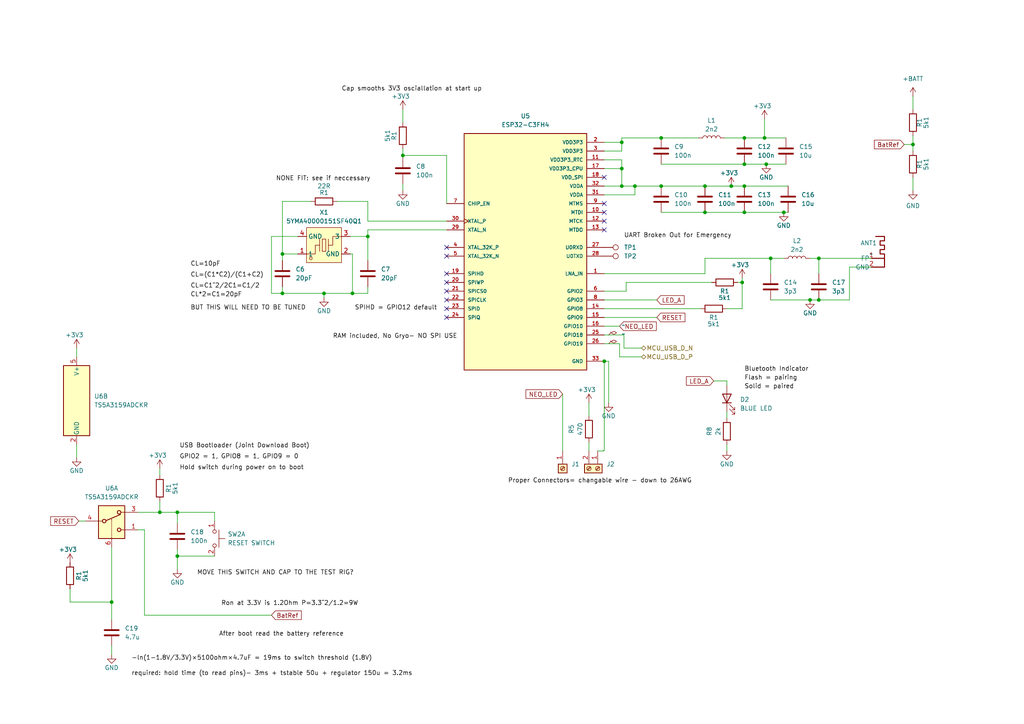
<source format=kicad_sch>
(kicad_sch (version 20230121) (generator eeschema)
  (paper "A4")
  (title_block (title "BLEEarrings (Blade Runner)") (date "2023-10-30") (rev "00.00") (company "Kitty and Dom"))
  (lib_symbols
    (symbol "Analog_Switch:TS5A3159ADCKR" (pin_names (offset 0.127))
      (property "Reference" "U" (at -3.175 4.699 0))
      (property "Value" "TS5A3159ADCKR" (at -3.175 2.921 0))
      (symbol "TS5A3159ADCKR_1_1"
        (rectangle (start -3.81 1.905) (end 3.81 -7.62) (stroke (width 0.254)) (fill (type background)))
        (circle (center -2.159 -2.54) (radius 0.508) (stroke (width 0.254)))
        (polyline (pts (xy -5.08 -2.54) (xy -2.794 -2.54)))
        (polyline (pts (xy -1.651 -2.413) (xy 2.54 -0.635)) (stroke (width 0.254)))
        (polyline (pts (xy 0 -7.62) (xy 0 -7.112)))
        (polyline (pts (xy 0 -6.858) (xy 0 -6.604)))
        (polyline (pts (xy 0 -6.35) (xy 0 -6.096)))
        (polyline (pts (xy 0 -5.842) (xy 0 -5.588)))
        (polyline (pts (xy 0 -5.334) (xy 0 -5.08)))
        (polyline (pts (xy 0 -4.826) (xy 0 -4.572)))
        (polyline (pts (xy 0 -4.318) (xy 0 -4.064)))
        (polyline (pts (xy 0 -3.81) (xy 0 -3.556)))
        (polyline (pts (xy 0 -3.302) (xy 0 -3.048)))
        (polyline (pts (xy 0 -2.794) (xy 0 -2.54)))
        (polyline (pts (xy 0 -2.286) (xy 0 -2.032)))
        (polyline (pts (xy 0 -2.286) (xy 0 -2.032)))
        (polyline (pts (xy 5.08 -5.08) (xy 2.794 -5.08)))
        (polyline (pts (xy 5.08 0) (xy 2.794 0)))
        (circle (center 2.159 -5.08) (radius 0.508) (stroke (width 0.254)))
        (circle (center 2.159 0) (radius 0.508) (stroke (width 0.254)))
        (pin passive line (at 7.62 -5.08 180) (length 2.54) (name "~") (number "1"))
        (pin passive line (at 7.62 0 180) (length 2.54) (name "~") (number "3"))
        (pin passive line (at -7.62 -2.54 0) (length 2.54) (name "~") (number "4"))
        (pin input line (at 0 -10.16 90) (length 2.54) (name "~") (number "6"))
      )
      (symbol "TS5A3159ADCKR_2_0"
        (pin power_in line (at 0 -12.7 90) (length 2.54) (name "GND") (number "2"))
        (pin power_in line (at 0 12.7 270) (length 2.54) (name "V+") (number "5"))
      )
      (symbol "TS5A3159ADCKR_2_1"
        (rectangle (start -3.81 10.16) (end 3.81 -10.16) (stroke (width 0.254)) (fill (type background)))
      )
    )
    (symbol "Connector:Screw_Terminal_01x01" (pin_names (offset 1.016) hide)
      (property "Reference" "J" (at 0 2.54 0))
      (property "Value" "Screw_Terminal_01x01" (at 0 -2.54 0))
      (symbol "Screw_Terminal_01x01_1_1"
        (rectangle (start -1.27 1.27) (end 1.27 -1.27) (stroke (width 0.254)) (fill (type background)))
        (polyline (pts (xy -0.5334 0.3302) (xy 0.3302 -0.508)) (stroke (width 0.1524)))
        (polyline (pts (xy -0.3556 0.508) (xy 0.508 -0.3302)) (stroke (width 0.1524)))
        (circle (center 0 0) (radius 0.635) (stroke (width 0.1524)))
        (pin passive line (at -5.08 0 0) (length 3.81) (name "Pin_1") (number "1"))
      )
    )
    (symbol "Connector:Screw_Terminal_01x02" (pin_names (offset 1.016) hide)
      (property "Reference" "J" (at 0 2.54 0))
      (property "Value" "Screw_Terminal_01x02" (at 0 -5.08 0))
      (symbol "Screw_Terminal_01x02_1_1"
        (rectangle (start -1.27 1.27) (end 1.27 -3.81) (stroke (width 0.254)) (fill (type background)))
        (circle (center 0 -2.54) (radius 0.635) (stroke (width 0.1524)))
        (polyline (pts (xy -0.5334 -2.2098) (xy 0.3302 -3.048)) (stroke (width 0.1524)))
        (polyline (pts (xy -0.5334 0.3302) (xy 0.3302 -0.508)) (stroke (width 0.1524)))
        (polyline (pts (xy -0.3556 -2.032) (xy 0.508 -2.8702)) (stroke (width 0.1524)))
        (polyline (pts (xy -0.3556 0.508) (xy 0.508 -0.3302)) (stroke (width 0.1524)))
        (circle (center 0 0) (radius 0.635) (stroke (width 0.1524)))
        (pin passive line (at -5.08 0 0) (length 3.81) (name "Pin_1") (number "1"))
        (pin passive line (at -5.08 -2.54 0) (length 3.81) (name "Pin_2") (number "2"))
      )
    )
    (symbol "Connector:TestPoint" (pin_numbers hide) (pin_names (offset 0.762) hide)
      (property "Reference" "TP" (at 0 6.858 0))
      (property "Value" "TestPoint" (at 0 5.08 0))
      (symbol "TestPoint_0_1"
        (circle (center 0 3.302) (radius 0.762))
      )
      (symbol "TestPoint_1_1"
        (pin passive line (at 0 0 90) (length 2.54) (name "1") (number "1"))
      )
    )
    (symbol "CustomPads:2.4GHz,_50Ohm_Antenna"
      (property "Reference" "ANT" (at 0 2.286 0))
      (symbol "2.4GHz,_50Ohm_Antenna_1_1"
        (polyline (pts (xy 0 -3.81) (xy 3.81 -3.81) (xy 3.81 -1.27) (xy 0 -1.27)) (stroke (width 0.3)))
        (polyline (pts (xy 1.27 5.08) (xy 3.81 5.08) (xy 3.81 3.81) (xy 2.54 3.81) (xy 2.54 2.54) (xy 3.81 2.54) (xy 3.81 1.27) (xy 2.54 1.27) (xy 2.54 0) (xy 3.81 0) (xy 3.81 -2.54)) (stroke (width 0.3)))
        (pin input line (at 0 -1.27 180) (length 0) (name "FP") (number "1"))
        (pin input line (at 0 -3.81 180) (length 0) (name "GND") (number "2"))
      )
    )
    (symbol "CustomPads:Matched_Impedance" (in_bom no) (on_board no)
      (symbol "Matched_Impedance_0_1"
        (polyline (pts (xy 0 0) (xy 0.508 0.508) (xy 1.016 0.508) (xy 1.27 0.254) (xy 1.778 0.254) (xy 2.032 0.508) (xy 2.286 0.508)))
        (polyline (pts (xy 0.508 0.762) (xy 0.508 0.762) (xy 1.016 0.762) (xy 1.27 1.016) (xy 1.778 1.016) (xy 2.032 0.762) (xy 2.286 0.762)))
      )
    )
    (symbol "Device:C" (pin_numbers hide) (pin_names (offset 0.254))
      (property "Reference" "C" (at 0.635 2.54 0))
      (property "Value" "C" (at 0.635 -2.54 0))
      (symbol "C_0_1"
        (polyline (pts (xy -2.032 -0.762) (xy 2.032 -0.762)) (stroke (width 0.508)))
        (polyline (pts (xy -2.032 0.762) (xy 2.032 0.762)) (stroke (width 0.508)))
      )
      (symbol "C_1_1"
        (pin passive line (at 0 3.81 270) (length 2.794) (name "~") (number "1"))
        (pin passive line (at 0 -3.81 90) (length 2.794) (name "~") (number "2"))
      )
    )
    (symbol "Device:L" (pin_numbers hide) (pin_names (offset 1.016) hide)
      (property "Reference" "L" (at -1.27 0 90))
      (property "Value" "L" (at 1.905 0 90))
      (symbol "L_0_1"
        (arc (start 0 -2.54) (mid 0.6323 -1.905) (end 0 -1.27))
        (arc (start 0 -1.27) (mid 0.6323 -0.635) (end 0 0))
        (arc (start 0 0) (mid 0.6323 0.635) (end 0 1.27))
        (arc (start 0 1.27) (mid 0.6323 1.905) (end 0 2.54))
      )
      (symbol "L_1_1"
        (pin passive line (at 0 3.81 270) (length 1.27) (name "1") (number "1"))
        (pin passive line (at 0 -3.81 90) (length 1.27) (name "2") (number "2"))
      )
    )
    (symbol "Device:LED" (pin_numbers hide) (pin_names (offset 1.016) hide)
      (property "Reference" "D" (at 0 2.54 0))
      (property "Value" "LED" (at 0 -2.54 0))
      (symbol "LED_0_1"
        (polyline (pts (xy -1.27 -1.27) (xy -1.27 1.27)) (stroke (width 0.254)))
        (polyline (pts (xy -1.27 0) (xy 1.27 0)))
        (polyline (pts (xy 1.27 -1.27) (xy 1.27 1.27) (xy -1.27 0) (xy 1.27 -1.27)) (stroke (width 0.254)))
        (polyline (pts (xy -3.048 -0.762) (xy -4.572 -2.286) (xy -3.81 -2.286) (xy -4.572 -2.286) (xy -4.572 -1.524)))
        (polyline (pts (xy -1.778 -0.762) (xy -3.302 -2.286) (xy -2.54 -2.286) (xy -3.302 -2.286) (xy -3.302 -1.524)))
      )
      (symbol "LED_1_1"
        (pin passive line (at -3.81 0 0) (length 2.54) (name "K") (number "1"))
        (pin passive line (at 3.81 0 180) (length 2.54) (name "A") (number "2"))
      )
    )
    (symbol "Device:R" (pin_numbers hide) (pin_names (offset 0))
      (property "Reference" "R" (at 2.032 0 90))
      (property "Value" "R" (at 0 0 90))
      (symbol "R_0_1"
        (rectangle (start -1.016 -2.54) (end 1.016 2.54) (stroke (width 0.254)))
      )
      (symbol "R_1_1"
        (pin passive line (at 0 3.81 270) (length 1.27) (name "~") (number "1"))
        (pin passive line (at 0 -3.81 90) (length 1.27) (name "~") (number "2"))
      )
    )
    (symbol "ESP32-C3FH4:ESP32-C3FH4" (pin_names (offset 1.016))
      (property "Reference" "U5" (at 0 40.64 0))
      (property "Value" "ESP32-C3FH4" (at 0 38.1 0))
      (symbol "ESP32-C3FH4_0_0"
        (rectangle (start -17.78 35.56) (end 17.78 -33.02) (stroke (width 0.254)) (fill (type background)))
        (pin bidirectional line (at 22.86 -5.08 180) (length 5.08) (name "LNA_IN") (number "1"))
        (pin bidirectional line (at 22.86 12.7 180) (length 5.08) (name "MTDI") (number "10"))
        (pin power_in line (at 22.86 27.94 180) (length 5.08) (name "VDD3P3_RTC") (number "11"))
        (pin bidirectional line (at 22.86 10.16 180) (length 5.08) (name "MTCK") (number "12"))
        (pin bidirectional line (at 22.86 7.62 180) (length 5.08) (name "MTDO") (number "13"))
        (pin bidirectional line (at 22.86 -15.24 180) (length 5.08) (name "GPIO8") (number "14"))
        (pin bidirectional line (at 22.86 -17.78 180) (length 5.08) (name "GPIO9") (number "15"))
        (pin bidirectional line (at 22.86 -20.32 180) (length 5.08) (name "GPIO10") (number "16"))
        (pin power_in line (at 22.86 25.4 180) (length 5.08) (name "VDD3P3_CPU") (number "17"))
        (pin power_in line (at 22.86 22.86 180) (length 5.08) (name "VDD_SPI") (number "18"))
        (pin bidirectional line (at -22.86 -5.08 0) (length 5.08) (name "SPIHD") (number "19"))
        (pin power_in line (at 22.86 33.02 180) (length 5.08) (name "VDD3P3") (number "2"))
        (pin bidirectional line (at -22.86 -7.62 0) (length 5.08) (name "SPIWP") (number "20"))
        (pin bidirectional line (at -22.86 -10.16 0) (length 5.08) (name "SPICS0") (number "21"))
        (pin bidirectional line (at -22.86 -12.7 0) (length 5.08) (name "SPICLK") (number "22"))
        (pin bidirectional line (at -22.86 -15.24 0) (length 5.08) (name "SPID") (number "23"))
        (pin bidirectional line (at -22.86 -17.78 0) (length 5.08) (name "SPIQ") (number "24"))
        (pin bidirectional line (at 22.86 -22.86 180) (length 5.08) (name "GPIO18") (number "25"))
        (pin bidirectional line (at 22.86 -25.4 180) (length 5.08) (name "GPIO19") (number "26"))
        (pin bidirectional line (at 22.86 2.54 180) (length 5.08) (name "U0RXD") (number "27"))
        (pin bidirectional line (at 22.86 0 180) (length 5.08) (name "U0TXD") (number "28"))
        (pin output line (at -22.86 7.62 0) (length 5.08) (name "XTAL_N") (number "29"))
        (pin power_in line (at 22.86 30.48 180) (length 5.08) (name "VDD3P3") (number "3"))
        (pin input clock (at -22.86 10.16 0) (length 5.08) (name "XTAL_P") (number "30"))
        (pin power_in line (at 22.86 17.78 180) (length 5.08) (name "VDDA") (number "31"))
        (pin power_in line (at 22.86 20.32 180) (length 5.08) (name "VDDA") (number "32"))
        (pin power_in line (at 22.86 -30.48 180) (length 5.08) (name "GND") (number "33"))
        (pin bidirectional line (at -22.86 2.54 0) (length 5.08) (name "XTAL_32K_P") (number "4"))
        (pin bidirectional line (at -22.86 0 0) (length 5.08) (name "XTAL_32K_N") (number "5"))
        (pin bidirectional line (at 22.86 -10.16 180) (length 5.08) (name "GPIO2") (number "6"))
        (pin input line (at -22.86 15.24 0) (length 5.08) (name "CHIP_EN") (number "7"))
        (pin bidirectional line (at 22.86 -12.7 180) (length 5.08) (name "GPIO3") (number "8"))
        (pin bidirectional line (at 22.86 15.24 180) (length 5.08) (name "MTMS") (number "9"))
      )
    )
    (symbol "Switch:SW_Push_Dual_x2" (pin_names (offset 1.016) hide)
      (property "Reference" "SW" (at 1.27 2.54 0))
      (property "Value" "SW_Push_Dual_x2" (at 0 -1.524 0))
      (symbol "SW_Push_Dual_x2_0_1"
        (circle (center -2.032 0) (radius 0.508))
        (polyline (pts (xy 0 1.27) (xy 0 3.048)))
        (polyline (pts (xy 2.54 1.27) (xy -2.54 1.27)))
        (circle (center 2.032 0) (radius 0.508))
      )
      (symbol "SW_Push_Dual_x2_1_1"
        (pin passive line (at -5.08 0 0) (length 2.54) (name "C") (number "1"))
        (pin passive line (at 5.08 0 180) (length 2.54) (name "D") (number "2"))
      )
      (symbol "SW_Push_Dual_x2_2_1"
        (pin passive line (at -5.08 0 0) (length 2.54) (name "C") (number "3"))
        (pin passive line (at 5.08 0 180) (length 2.54) (name "D") (number "4"))
      )
    )
    (symbol "easyeda2kicad:5YMA40000151SF40Q1"
      (property "Reference" "X" (at 0 7.62 0))
      (property "Value" "5YMA40000151SF40Q1" (at 0 -7.62 0))
      (symbol "5YMA40000151SF40Q1_0_1"
        (rectangle (start -5.08 5.08) (end 5.08 -5.08) (fill (type background)))
        (circle (center -3.81 -3.81) (radius 0.38))
        (rectangle (start -0.51 1.78) (end 0.51 -1.78) (fill (type background)))
        (polyline (pts (xy -1.27 -1.78) (xy -1.27 1.78)))
        (polyline (pts (xy 1.27 -1.78) (xy 1.27 1.78)))
        (polyline (pts (xy -5.08 -2.54) (xy -2.54 -2.54) (xy -2.54 0) (xy -1.27 0)))
        (polyline (pts (xy 5.08 2.54) (xy 2.54 2.54) (xy 2.54 0) (xy 1.27 0)))
        (pin input line (at -7.62 -2.54 0) (length 2.54) (name "1") (number "1"))
        (pin input line (at 7.62 -2.54 180) (length 2.54) (name "GND") (number "2"))
        (pin input line (at 7.62 2.54 180) (length 2.54) (name "3") (number "3"))
        (pin input line (at -7.62 2.54 0) (length 2.54) (name "GND") (number "4"))
      )
    )
    (symbol "power:+3V3" (power) (pin_names (offset 0))
      (property "Value" "+3V3" (at 0 3.556 0))
      (symbol "+3V3_0_1"
        (polyline (pts (xy -0.762 1.27) (xy 0 2.54)))
        (polyline (pts (xy 0 0) (xy 0 2.54)))
        (polyline (pts (xy 0 2.54) (xy 0.762 1.27)))
      )
      (symbol "+3V3_1_1"
        (pin power_in line (at 0 0 90) (length 0) hide (name "+3V3") (number "1"))
      )
    )
    (symbol "power:+BATT" (power) (pin_names (offset 0))
      (property "Value" "+BATT" (at 0 3.556 0))
      (symbol "+BATT_0_1"
        (polyline (pts (xy -0.762 1.27) (xy 0 2.54)))
        (polyline (pts (xy 0 0) (xy 0 2.54)))
        (polyline (pts (xy 0 2.54) (xy 0.762 1.27)))
      )
      (symbol "+BATT_1_1"
        (pin power_in line (at 0 0 90) (length 0) hide (name "+BATT") (number "1"))
      )
    )
    (symbol "power:GND" (power) (pin_names (offset 0))
      (property "Value" "GND" (at 0 -3.81 0))
      (symbol "GND_0_1"
        (polyline (pts (xy 0 0) (xy 0 -1.27) (xy 1.27 -1.27) (xy 0 -2.54) (xy -1.27 -1.27) (xy 0 -1.27)))
      )
      (symbol "GND_1_1"
        (pin power_in line (at 0 0 270) (length 0) hide (name "GND") (number "1"))
      )
    )
  )
  (junction (at 180.34 48.895))
  (junction (at 116.84 45.085))
  (junction (at 227.33 61.595))
  (junction (at 222.25 47.625))
  (junction (at 191.77 53.975))
  (junction (at 221.742 40.005))
  (junction (at 102.235 85.09))
  (junction (at 32.385 174.625))
  (junction (at 184.15 53.975))
  (junction (at 46.355 148.59))
  (junction (at 51.435 148.59))
  (junction (at 234.95 86.995))
  (junction (at 215.9 53.975))
  (junction (at 180.34 53.975))
  (junction (at 237.49 86.995))
  (junction (at 175.26 104.775))
  (junction (at 51.435 161.29))
  (junction (at 204.47 53.975))
  (junction (at 180.34 41.275))
  (junction (at 215.9 40.005))
  (junction (at 204.47 61.595))
  (junction (at 93.98 85.09))
  (junction (at 264.795 41.91))
  (junction (at 81.915 73.66))
  (junction (at 81.915 85.09))
  (junction (at 106.68 68.58))
  (junction (at 237.49 74.93))
  (junction (at 223.52 74.93))
  (junction (at 215.9 47.625))
  (junction (at 215.265 81.915))
  (junction (at 191.77 40.005))
  (junction (at 215.9 61.595))
  (junction (at 212.09 53.975))
  (no_connect (at 175.26 66.675))
  (no_connect (at 129.54 71.755))
  (no_connect (at 175.26 51.435))
  (no_connect (at 129.54 89.535))
  (no_connect (at 129.54 86.995))
  (no_connect (at 129.54 84.455))
  (no_connect (at 129.54 81.915))
  (no_connect (at 129.54 92.075))
  (no_connect (at 129.54 79.375))
  (no_connect (at 129.54 74.295))
  (no_connect (at 175.26 59.055))
  (no_connect (at 175.26 64.135))
  (no_connect (at 175.26 61.595))
  (wire (pts (xy 191.77 40.005) (xy 202.565 40.005)))
  (wire (pts (xy 40.005 148.59) (xy 46.355 148.59)))
  (wire (pts (xy 20.32 170.815) (xy 20.32 174.625)))
  (wire (pts (xy 129.54 45.085) (xy 129.54 59.055)))
  (wire (pts (xy 184.15 53.975) (xy 184.15 56.515)))
  (wire (pts (xy 237.49 74.93) (xy 252.73 74.93)))
  (wire (pts (xy 116.84 45.085) (xy 116.84 45.72)))
  (wire (pts (xy 106.68 64.135) (xy 129.54 64.135)))
  (wire (pts (xy 22.225 100.965) (xy 22.225 103.505)))
  (wire (pts (xy 116.84 31.75) (xy 116.84 35.56)))
  (wire (pts (xy 221.742 40.005) (xy 227.965 40.005)))
  (wire (pts (xy 191.77 61.595) (xy 204.47 61.595)))
  (wire (pts (xy 97.79 58.42) (xy 106.68 58.42)))
  (wire (pts (xy 129.54 66.675) (xy 106.68 66.675)))
  (wire (pts (xy 175.26 92.075) (xy 190.5 92.075)))
  (wire (pts (xy 22.225 128.905) (xy 22.225 132.715)))
  (wire (pts (xy 234.95 74.93) (xy 237.49 74.93)))
  (wire (pts (xy 204.47 74.93) (xy 223.52 74.93)))
  (wire (pts (xy 212.09 53.975) (xy 215.9 53.975)))
  (wire (pts (xy 186.055 103.505) (xy 179.705 103.505)))
  (wire (pts (xy 81.915 58.42) (xy 81.915 73.66)))
  (wire (pts (xy 116.84 43.18) (xy 116.84 45.085)))
  (wire (pts (xy 180.975 97.155) (xy 175.26 97.155)))
  (wire (pts (xy 175.26 89.535) (xy 203.2 89.535)))
  (wire (pts (xy 51.435 159.385) (xy 51.435 161.29)))
  (wire (pts (xy 106.68 58.42) (xy 106.68 64.135)))
  (wire (pts (xy 81.915 73.66) (xy 81.915 75.565)))
  (wire (pts (xy 264.795 39.37) (xy 264.795 41.91)))
  (wire (pts (xy 191.77 47.625) (xy 215.9 47.625)))
  (wire (pts (xy 175.26 43.815) (xy 180.34 43.815)))
  (wire (pts (xy 170.815 116.84) (xy 170.815 120.65)))
  (wire (pts (xy 51.435 161.29) (xy 51.435 165.1)))
  (wire (pts (xy 62.23 148.59) (xy 51.435 148.59)))
  (wire (pts (xy 204.47 61.595) (xy 215.9 61.595)))
  (wire (pts (xy 175.26 104.648) (xy 175.26 104.775)))
  (wire (pts (xy 180.975 100.965) (xy 180.975 97.155)))
  (wire (pts (xy 81.915 83.185) (xy 81.915 85.09)))
  (wire (pts (xy 215.9 53.975) (xy 228.6 53.975)))
  (wire (pts (xy 175.006 130.81) (xy 173.355 130.81)))
  (wire (pts (xy 210.185 40.005) (xy 215.9 40.005)))
  (wire (pts (xy 215.265 80.645) (xy 215.265 81.915)))
  (wire (pts (xy 78.74 85.09) (xy 81.915 85.09)))
  (wire (pts (xy 116.84 45.085) (xy 129.54 45.085)))
  (wire (pts (xy 40.005 153.67) (xy 41.91 153.67)))
  (wire (pts (xy 106.68 66.675) (xy 106.68 68.58)))
  (wire (pts (xy 227.33 61.595) (xy 228.6 61.595)))
  (wire (pts (xy 210.82 119.38) (xy 210.82 121.285)))
  (wire (pts (xy 93.98 85.09) (xy 102.235 85.09)))
  (wire (pts (xy 175.26 41.275) (xy 180.34 41.275)))
  (wire (pts (xy 93.98 86.36) (xy 93.98 85.09)))
  (wire (pts (xy 221.742 34.544) (xy 221.742 40.005)))
  (wire (pts (xy 81.915 85.09) (xy 93.98 85.09)))
  (wire (pts (xy 176.53 104.775) (xy 175.26 104.775)))
  (wire (pts (xy 190.5 86.995) (xy 175.26 86.995)))
  (wire (pts (xy 32.385 187.325) (xy 32.385 189.865)))
  (wire (pts (xy 20.32 174.625) (xy 32.385 174.625)))
  (wire (pts (xy 264.795 27.94) (xy 264.795 31.75)))
  (wire (pts (xy 181.61 81.915) (xy 181.61 84.455)))
  (wire (pts (xy 78.74 68.58) (xy 86.36 68.58)))
  (wire (pts (xy 181.61 81.915) (xy 206.375 81.915)))
  (wire (pts (xy 223.52 74.93) (xy 223.52 79.375)))
  (wire (pts (xy 81.915 73.66) (xy 86.36 73.66)))
  (wire (pts (xy 51.435 151.765) (xy 51.435 148.59)))
  (wire (pts (xy 175.006 130.683) (xy 175.006 130.81)))
  (wire (pts (xy 262.255 41.91) (xy 264.795 41.91)))
  (wire (pts (xy 41.91 178.435) (xy 78.74 178.435)))
  (wire (pts (xy 180.34 48.895) (xy 180.34 53.975)))
  (wire (pts (xy 175.26 48.895) (xy 180.34 48.895)))
  (wire (pts (xy 180.34 46.355) (xy 180.34 48.895)))
  (wire (pts (xy 207.01 110.49) (xy 210.82 110.49)))
  (wire (pts (xy 234.95 86.995) (xy 237.49 86.995)))
  (wire (pts (xy 176.53 116.84) (xy 176.53 104.775)))
  (wire (pts (xy 246.38 77.47) (xy 252.73 77.47)))
  (wire (pts (xy 223.52 86.995) (xy 234.95 86.995)))
  (wire (pts (xy 101.6 73.66) (xy 102.235 73.66)))
  (wire (pts (xy 213.995 81.915) (xy 215.265 81.915)))
  (wire (pts (xy 186.055 100.965) (xy 180.975 100.965)))
  (wire (pts (xy 106.68 85.09) (xy 102.235 85.09)))
  (wire (pts (xy 179.705 103.505) (xy 179.705 99.695)))
  (wire (pts (xy 81.915 58.42) (xy 90.17 58.42)))
  (wire (pts (xy 46.355 145.415) (xy 46.355 148.59)))
  (wire (pts (xy 237.49 74.93) (xy 237.49 79.375)))
  (wire (pts (xy 180.34 53.975) (xy 184.15 53.975)))
  (wire (pts (xy 215.265 81.915) (xy 215.265 89.535)))
  (wire (pts (xy 191.77 53.975) (xy 204.47 53.975)))
  (wire (pts (xy 62.23 161.29) (xy 51.435 161.29)))
  (wire (pts (xy 215.9 40.005) (xy 221.742 40.005)))
  (wire (pts (xy 210.82 89.535) (xy 215.265 89.535)))
  (wire (pts (xy 246.38 86.995) (xy 237.49 86.995)))
  (wire (pts (xy 175.26 130.683) (xy 175.006 130.683)))
  (wire (pts (xy 204.47 53.975) (xy 212.09 53.975)))
  (wire (pts (xy 32.385 174.625) (xy 32.385 179.705)))
  (wire (pts (xy 106.68 68.58) (xy 101.6 68.58)))
  (wire (pts (xy 175.26 130.683) (xy 175.26 104.775)))
  (wire (pts (xy 180.34 41.275) (xy 180.34 43.815)))
  (wire (pts (xy 175.26 53.975) (xy 180.34 53.975)))
  (wire (pts (xy 180.34 40.005) (xy 180.34 41.275)))
  (wire (pts (xy 191.77 53.975) (xy 184.15 53.975)))
  (wire (pts (xy 191.77 40.005) (xy 180.34 40.005)))
  (wire (pts (xy 204.47 79.375) (xy 204.47 74.93)))
  (wire (pts (xy 78.74 68.58) (xy 78.74 85.09)))
  (wire (pts (xy 184.15 56.515) (xy 175.26 56.515)))
  (wire (pts (xy 170.815 128.27) (xy 170.815 130.81)))
  (wire (pts (xy 222.25 47.625) (xy 227.965 47.625)))
  (wire (pts (xy 210.82 128.905) (xy 210.82 130.81)))
  (wire (pts (xy 175.26 46.355) (xy 180.34 46.355)))
  (wire (pts (xy 246.38 77.47) (xy 246.38 86.995)))
  (wire (pts (xy 175.26 84.455) (xy 181.61 84.455)))
  (wire (pts (xy 223.52 74.93) (xy 227.33 74.93)))
  (wire (pts (xy 116.84 53.34) (xy 116.84 55.245)))
  (wire (pts (xy 215.9 61.595) (xy 227.33 61.595)))
  (wire (pts (xy 264.795 51.435) (xy 264.795 55.245)))
  (wire (pts (xy 22.86 151.13) (xy 24.765 151.13)))
  (wire (pts (xy 163.195 114.3) (xy 163.195 130.81)))
  (wire (pts (xy 32.385 158.75) (xy 32.385 174.625)))
  (wire (pts (xy 210.82 110.49) (xy 210.82 111.76)))
  (wire (pts (xy 215.9 47.625) (xy 222.25 47.625)))
  (wire (pts (xy 62.23 148.59) (xy 62.23 151.13)))
  (wire (pts (xy 106.68 75.565) (xy 106.68 68.58)))
  (wire (pts (xy 106.68 85.09) (xy 106.68 83.185)))
  (wire (pts (xy 179.705 94.615) (xy 175.26 94.615)))
  (wire (pts (xy 102.235 73.66) (xy 102.235 85.09)))
  (wire (pts (xy 41.91 153.67) (xy 41.91 178.435)))
  (wire (pts (xy 175.26 79.375) (xy 204.47 79.375)))
  (wire (pts (xy 264.795 41.91) (xy 264.795 43.815)))
  (wire (pts (xy 46.355 135.89) (xy 46.355 137.795)))
  (wire (pts (xy 46.355 148.59) (xy 51.435 148.59)))
  (wire (pts (xy 179.705 99.695) (xy 175.26 99.695)))
  (label "GPIO2 = 1, GPIO8 = 1, GPIO9 = 0" (at 52.07 133.35 0))
  (label "required: hold time (to read pins)- 3ms + tstable 50u + regulator 150u = 3.2ms" (at 38.1 196.215 0))
  (label "−ln(1−1.8V{slash}3.3V)×5100ohm×4.7uF = 19ms to switch threshold (1.8V)" (at 38.1 191.77 0))
  (label "CL=C1^2{slash}2C1=C1{slash}2" (at 55.245 83.82 0))
  (label "Cap smooths 3V3 osciallation at start up" (at 99.06 26.67 0))
  (label "Ron at 3.3V is 1.2Ohm P=3.3^2{slash}1.2=9W" (at 64.135 175.895 0))
  (label "UART Broken Out for Emergency" (at 180.975 69.215 0))
  (label "Hold switch during power on to boot" (at 52.07 136.525 0))
  (label "After boot read the battery reference" (at 63.5 184.785 0))
  (label "SPIHD = GPIO12 default" (at 102.87 90.17 0))
  (label "USB Bootloader (Joint Download Boot)" (at 52.07 130.175 0))
  (label "CL=(C1*C2){slash}(C1+C2)" (at 55.245 80.645 0))
  (label "Solid = paired" (at 215.9 113.03 0))
  (label "Proper Connectors= changable wire - down to 26AWG" (at 147.32 140.335 0))
  (label "CL*2=C1=20pF" (at 55.245 86.36 0))
  (label "CL=10pF" (at 55.245 77.47 0))
  (label "MOVE THIS SWITCH AND CAP TO THE TEST RIG?" (at 57.15 167.005 0))
  (label "NONE FIT: see if neccessary" (at 80.01 52.705 0))
  (label "BUT THIS WILL NEED TO BE TUNED" (at 55.245 90.17 0))
  (label "RAM included, No Gryo- NO SPI USE" (at 96.52 98.425 0))
  (label "Flash = pairing" (at 215.9 110.49 0))
  (label "Bluetooth Indicator" (at 215.9 107.95 0))
  (global_label "RESET" (shape input) (at 190.5 92.075 0) (property "Intersheetrefs" "${INTERSHEET_REFS}" (effects hide)))
  (global_label "BatRef" (shape input) (at 262.255 41.91 180) (property "Intersheetrefs" "${INTERSHEET_REFS}" (effects hide)))
  (global_label "LED_A" (shape input) (at 207.01 110.49 180) (property "Intersheetrefs" "${INTERSHEET_REFS}" (effects hide)))
  (global_label "RESET" (shape input) (at 22.86 151.13 180) (property "Intersheetrefs" "${INTERSHEET_REFS}" (effects hide)))
  (global_label "NEO_LED" (shape input) (at 179.705 94.615 0) (property "Intersheetrefs" "${INTERSHEET_REFS}" (effects hide)))
  (global_label "NEO_LED" (shape input) (at 163.195 114.3 180) (property "Intersheetrefs" "${INTERSHEET_REFS}" (effects hide)))
  (global_label "LED_A" (shape input) (at 190.5 86.995 0) (property "Intersheetrefs" "${INTERSHEET_REFS}" (effects hide)))
  (global_label "BatRef" (shape input) (at 78.74 178.435 0) (property "Intersheetrefs" "${INTERSHEET_REFS}" (effects hide)))
  (hierarchical_label "MCU_USB_D_N" (shape bidirectional) (at 186.055 100.965 0))
  (hierarchical_label "MCU_USB_D_P" (shape bidirectional) (at 186.055 103.505 0))
  (symbol (lib_id "power:GND") (at 234.95 86.995 0) (unit 1)
    (property "Reference" "#PWR025" (effects hide))
    (property "Value" "GND" (at 234.95 90.805 0))
  )
  (symbol (lib_id "Device:C") (at 191.77 57.785 0) (unit 1)
    (property "Reference" "C10" (at 195.58 56.515 0) (effects (justify left)))
    (property "Value" "100n" (at 195.58 59.055 0) (effects (justify left)))
    (property "Footprint" "Capacitor_SMD:C_0402_1005Metric_Pad0.74x0.62mm_HandSolder" (effects hide))
  )
  (symbol (lib_id "easyeda2kicad:5YMA40000151SF40Q1") (at 93.98 71.12 0) (unit 1)
    (property "Reference" "X1" (at 93.98 61.595 0))
    (property "Value" "5YMA40000151SF40Q1" (at 93.98 64.135 0))
    (property "Footprint" "easyeda2kicad:CRYSTAL-SMD_4P-L3.2-W2.5-BL" (effects hide))
    (property "LCSC Part" "C3003278" (effects hide))
  )
  (symbol (lib_id "power:+3V3") (at 170.815 116.84 0) (unit 1)
    (property "Reference" "#PWR016" (effects hide))
    (property "Value" "+3V3" (at 170.18 113.03 0))
  )
  (symbol (lib_id "Device:C") (at 223.52 83.185 0) (unit 1)
    (property "Reference" "C14" (at 227.33 81.915 0) (effects (justify left)))
    (property "Value" "3p3" (at 227.33 84.455 0) (effects (justify left)))
    (property "Footprint" "Capacitor_SMD:C_0402_1005Metric_Pad0.74x0.62mm_HandSolder" (effects hide))
  )
  (symbol (lib_id "power:GND") (at 264.795 55.245 0) (unit 1)
    (property "Reference" "#PWR027" (effects hide))
    (property "Value" "GND" (at 264.795 59.69 0))
  )
  (symbol (lib_id "ESP32-C3FH4:ESP32-C3FH4") (at 152.4 74.295 0) (unit 1)
    (property "Reference" "U5" (at 152.4 33.655 0))
    (property "Value" "ESP32-C3FH4" (at 152.4 36.195 0))
    (property "Footprint" "easyeda2kicad:QFN-32_L5.0-W5.0-P0.50-TL-EP3.7" (effects hide))
    (property "MF" "Espressif Systems" (effects hide))
    (property "MAXIMUM_PACKAGE_HEIGHT" "0.9mm" (effects hide))
    (property "Package" "VFQFN-32 Espressif Systems" (effects hide))
    (property "Price" "None" (effects hide))
    (property "Check_prices" "https://www.snapeda.com/parts/ESP32-C3FH4/Espressif+Systems/view-part/?ref=eda" (effects hide))
    (property "STANDARD" "IPC 7351B" (effects hide))
    (property "PARTREV" "V1.0" (effects hide))
    (property "SnapEDA_Link" "https://www.snapeda.com/parts/ESP32-C3FH4/Espressif+Systems/view-part/?ref=snap" (effects hide))
    (property "MP" "ESP32-C3FH4" (effects hide))
    (property "Purchase-URL" "https://www.snapeda.com/api/url_track_click_mouser/?unipart_id=5881917&manufacturer=Espressif Systems&part_name=ESP32-C3FH4&search_term=esp32-c3fh4" (effects hide))
    (property "Description" "\nBluetooth, WiFi 802.11b/g/n, Bluetooth v5.0 Transceiver Module 2.402GHz ~ 2.48GHz Antenna Not Included Surface Mount\n" (effects hide))
    (property "Availability" "In Stock" (effects hide))
    (property "MANUFACTURER" "Espressif" (effects hide))
  )
  (symbol (lib_id "Device:C") (at 204.47 57.785 0) (unit 1)
    (property "Reference" "C11" (at 208.28 56.515 0) (effects (justify left)))
    (property "Value" "100n" (at 208.28 59.055 0) (effects (justify left)))
    (property "Footprint" "Capacitor_SMD:C_0402_1005Metric_Pad0.74x0.62mm_HandSolder" (effects hide))
  )
  (symbol (lib_id "Device:C") (at 237.49 83.185 0) (unit 1)
    (property "Reference" "C17" (at 241.3 81.915 0) (effects (justify left)))
    (property "Value" "3p3" (at 241.3 84.455 0) (effects (justify left)))
    (property "Footprint" "Capacitor_SMD:C_0402_1005Metric_Pad0.74x0.62mm_HandSolder" (effects hide))
  )
  (symbol (lib_id "Device:C") (at 215.9 43.815 0) (unit 1)
    (property "Reference" "C12" (at 219.71 42.545 0) (effects (justify left)))
    (property "Value" "100n" (at 219.71 45.085 0) (effects (justify left)))
    (property "Footprint" "Capacitor_SMD:C_0402_1005Metric_Pad0.74x0.62mm_HandSolder" (effects hide))
  )
  (symbol (lib_id "Device:C") (at 116.84 49.53 0) (unit 1)
    (property "Reference" "C8" (at 120.65 48.26 0) (effects (justify left)))
    (property "Value" "100n" (at 120.65 50.8 0) (effects (justify left)))
    (property "Footprint" "Capacitor_SMD:C_0402_1005Metric_Pad0.74x0.62mm_HandSolder" (effects hide))
  )
  (symbol (lib_id "Device:R") (at 20.32 167.005 180) (unit 1)
    (property "Reference" "R1" (at 22.86 167.005 90))
    (property "Value" "5k1" (at 24.765 167.005 90))
    (property "Footprint" "Resistor_SMD:R_0402_1005Metric_Pad0.72x0.64mm_HandSolder" (effects hide))
    (instances (project "BLEEarrings" (path "" (reference "R1") (unit 1)) (path "" (reference "R1") (unit 1)) (path "" (reference "R16") (unit 1))))
  )
  (symbol (lib_id "Device:R") (at 264.795 47.625 180) (unit 1)
    (property "Reference" "R1" (at 266.7 47.625 90))
    (property "Value" "5k1" (at 268.605 47.625 90))
    (property "Footprint" "Resistor_SMD:R_0402_1005Metric_Pad0.72x0.64mm_HandSolder" (effects hide))
    (instances (project "BLEEarrings" (path "" (reference "R1") (unit 1)) (path "" (reference "R1") (unit 1)) (path "" (reference "R14") (unit 1))))
  )
  (symbol (lib_id "Device:C") (at 191.77 43.815 0) (unit 1)
    (property "Reference" "C9" (at 195.58 42.545 0) (effects (justify left)))
    (property "Value" "100n" (at 195.58 45.085 0) (effects (justify left)))
    (property "Footprint" "Capacitor_SMD:C_0402_1005Metric_Pad0.74x0.62mm_HandSolder" (effects hide))
  )
  (symbol (lib_id "CustomPads:2.4GHz,_50Ohm_Antenna") (at 252.73 73.66 0) (unit 1)
    (property "Reference" "ANT1" (at 249.555 70.485 0) (effects (justify left)))
    (property "Value" "~" (at 252.73 73.66 0))
    (property "Footprint" "RF_Antenna:Texas_SWRA117D_2.4GHz_Right" (effects hide))
  )
  (symbol (lib_id "power:+3V3") (at 22.225 100.965 0) (unit 1)
    (property "Reference" "#PWR032" (effects hide))
    (property "Value" "+3V3" (at 21.59 97.155 0))
  )
  (symbol (lib_id "Device:R") (at 207.01 89.535 90) (unit 1)
    (property "Reference" "R1" (at 207.01 92.075 90))
    (property "Value" "5k1" (at 207.01 93.98 90))
    (property "Footprint" "Resistor_SMD:R_0402_1005Metric_Pad0.72x0.64mm_HandSolder" (effects hide))
    (instances (project "BLEEarrings" (path "" (reference "R1") (unit 1)) (path "" (reference "R1") (unit 1)) (path "" (reference "R10") (unit 1))))
  )
  (symbol (lib_id "Device:C") (at 32.385 183.515 0) (unit 1)
    (property "Reference" "C19" (at 36.195 182.245 0) (effects (justify left)))
    (property "Value" "4.7u" (at 36.195 184.785 0) (effects (justify left)))
    (property "Footprint" "Capacitor_SMD:C_0402_1005Metric_Pad0.74x0.62mm_HandSolder" (effects hide))
  )
  (symbol (lib_id "Device:C") (at 227.965 43.815 0) (unit 1)
    (property "Reference" "C15" (at 231.775 42.545 0) (effects (justify left)))
    (property "Value" "10u" (at 231.775 45.085 0) (effects (justify left)))
    (property "Footprint" "Capacitor_SMD:C_0402_1005Metric_Pad0.74x0.62mm_HandSolder" (effects hide))
  )
  (symbol (lib_id "power:+3V3") (at 212.09 53.975 0) (unit 1)
    (property "Reference" "#PWR021" (effects hide))
    (property "Value" "+3V3" (at 211.455 50.165 0))
  )
  (symbol (lib_id "Device:R") (at 46.355 141.605 180) (unit 1)
    (property "Reference" "R1" (at 48.895 141.605 90))
    (property "Value" "5k1" (at 50.8 141.605 90))
    (property "Footprint" "Resistor_SMD:R_0402_1005Metric_Pad0.72x0.64mm_HandSolder" (effects hide))
    (instances (project "BLEEarrings" (path "" (reference "R1") (unit 1)) (path "" (reference "R1") (unit 1)) (path "" (reference "R15") (unit 1))))
  )
  (symbol (lib_id "power:+3V3") (at 215.265 80.645 0) (unit 1)
    (property "Reference" "#PWR019" (effects hide))
    (property "Value" "+3V3" (at 214.63 76.835 0))
  )
  (symbol (lib_id "power:GND") (at 32.385 189.865 0) (unit 1)
    (property "Reference" "#PWR030" (effects hide))
    (property "Value" "GND" (at 32.385 193.675 0))
  )
  (symbol (lib_id "Device:C") (at 106.68 79.375 0) (unit 1)
    (property "Reference" "C7" (at 110.49 78.105 0) (effects (justify left)))
    (property "Value" "20pF" (at 110.49 80.645 0) (effects (justify left)))
    (property "Footprint" "Capacitor_SMD:C_0402_1005Metric_Pad0.74x0.62mm_HandSolder" (effects hide))
  )
  (symbol (lib_id "power:+BATT") (at 264.795 27.94 0) (unit 1)
    (property "Reference" "#PWR026" (effects hide))
    (property "Value" "+BATT" (at 264.795 22.86 0))
  )
  (symbol (lib_id "power:GND") (at 93.98 86.36 0) (unit 1)
    (property "Reference" "#PWR013" (effects hide))
    (property "Value" "GND" (at 93.98 90.17 0))
  )
  (symbol (lib_id "Device:R") (at 170.815 124.46 180) (unit 1)
    (property "Reference" "R5" (at 165.735 124.46 90))
    (property "Value" "470" (at 168.275 124.46 90))
    (property "Footprint" "Resistor_SMD:R_0402_1005Metric_Pad0.72x0.64mm_HandSolder" (effects hide))
    (instances (project "BLEEarrings" (path "" (reference "R5") (unit 1)) (path "" (reference "R4") (unit 1)) (path "" (reference "R9") (unit 1))))
  )
  (symbol (lib_id "Device:R") (at 93.98 58.42 270) (unit 1)
    (property "Reference" "R1" (at 93.98 55.88 90))
    (property "Value" "22R" (at 93.98 53.975 90))
    (property "Footprint" "Resistor_SMD:R_0402_1005Metric_Pad0.72x0.64mm_HandSolder" (effects hide))
    (instances (project "BLEEarrings" (path "" (reference "R1") (unit 1)) (path "" (reference "R1") (unit 1)) (path "" (reference "R7") (unit 1))))
  )
  (symbol (lib_id "Connector:Screw_Terminal_01x02") (at 173.355 135.89 270) (unit 1)
    (property "Reference" "J2" (at 175.895 134.62 90) (effects (justify left)))
    (property "Value" "Screw_Terminal_01x02" (effects hide))
    (property "Footprint" "easyeda2kicad:CONN-SMD_2059-302" (effects hide))
  )
  (symbol (lib_id "CustomPads:Matched_Impedance") (at 176.53 99.695 0) (unit 1) (in_bom no) (on_board no)
    (property "Reference" "MP4" (effects hide))
    (property "Value" "~" (at 180.848 96.8502 0))
    (instances (project "BLEEarrings" (path "" (reference "MP4") (unit 1)) (path "" (reference "MP6") (unit 1))))
  )
  (symbol (lib_id "Device:C") (at 81.915 79.375 0) (unit 1)
    (property "Reference" "C6" (at 85.725 78.105 0) (effects (justify left)))
    (property "Value" "20pF" (at 85.725 80.645 0) (effects (justify left)))
    (property "Footprint" "Capacitor_SMD:C_0402_1005Metric_Pad0.74x0.62mm_HandSolder" (effects hide))
  )
  (symbol (lib_id "Connector:TestPoint") (at 175.26 71.755 270) (unit 1)
    (property "Reference" "TP1" (at 180.975 71.755 90) (effects (justify left)))
    (property "Value" "TestPoint" (effects hide))
    (property "Footprint" "TestPoint:TestPoint_Pad_2.0x2.0mm" (effects hide))
  )
  (symbol (lib_id "Device:R") (at 210.185 81.915 90) (unit 1)
    (property "Reference" "R1" (at 210.185 84.455 90))
    (property "Value" "5k1" (at 210.185 86.36 90))
    (property "Footprint" "Resistor_SMD:R_0402_1005Metric_Pad0.72x0.64mm_HandSolder" (effects hide))
    (instances (project "BLEEarrings" (path "" (reference "R1") (unit 1)) (path "" (reference "R1") (unit 1)) (path "" (reference "R11") (unit 1))))
  )
  (symbol (lib_id "power:GND") (at 116.84 55.245 0) (unit 1)
    (property "Reference" "#PWR015" (effects hide))
    (property "Value" "GND" (at 116.84 59.055 0))
  )
  (symbol (lib_id "power:GND") (at 210.82 130.81 0) (unit 1)
    (property "Reference" "#PWR020" (effects hide))
    (property "Value" "GND" (at 210.82 134.62 0))
  )
  (symbol (lib_id "power:+3V3") (at 116.84 31.75 0) (unit 1)
    (property "Reference" "#PWR014" (effects hide))
    (property "Value" "+3V3" (at 116.205 27.94 0))
  )
  (symbol (lib_id "Connector:Screw_Terminal_01x01") (at 163.195 135.89 270) (unit 1)
    (property "Reference" "J1" (at 165.735 134.62 90) (effects (justify left)))
    (property "Value" "Screw_Terminal_01x01" (effects hide))
    (property "Footprint" "easyeda2kicad:CONN-SMD_custom1" (effects hide))
  )
  (symbol (lib_id "Device:C") (at 228.6 57.785 0) (unit 1)
    (property "Reference" "C16" (at 232.41 56.515 0) (effects (justify left)))
    (property "Value" "10u" (at 232.41 59.055 0) (effects (justify left)))
    (property "Footprint" "Capacitor_SMD:C_0402_1005Metric_Pad0.74x0.62mm_HandSolder" (effects hide))
  )
  (symbol (lib_id "Device:C") (at 215.9 57.785 0) (unit 1)
    (property "Reference" "C13" (at 219.71 56.515 0) (effects (justify left)))
    (property "Value" "100n" (at 219.71 59.055 0) (effects (justify left)))
    (property "Footprint" "Capacitor_SMD:C_0402_1005Metric_Pad0.74x0.62mm_HandSolder" (effects hide))
  )
  (symbol (lib_id "CustomPads:Matched_Impedance") (at 176.53 97.155 0) (unit 1) (in_bom no) (on_board no)
    (property "Reference" "MP4" (effects hide))
    (property "Value" "~" (at 180.848 94.3102 0))
    (instances (project "BLEEarrings" (path "" (reference "MP4") (unit 1)) (path "" (reference "MP5") (unit 1))))
  )
  (symbol (lib_id "Device:R") (at 264.795 35.56 180) (unit 1)
    (property "Reference" "R1" (at 266.7 35.56 90))
    (property "Value" "5k1" (at 268.605 35.56 90))
    (property "Footprint" "Resistor_SMD:R_0402_1005Metric_Pad0.72x0.64mm_HandSolder" (effects hide))
    (instances (project "BLEEarrings" (path "" (reference "R1") (unit 1)) (path "" (reference "R1") (unit 1)) (path "" (reference "R13") (unit 1))))
  )
  (symbol (lib_id "power:GND") (at 22.225 132.715 0) (unit 1)
    (property "Reference" "#PWR031" (effects hide))
    (property "Value" "GND" (at 22.225 136.525 0))
  )
  (symbol (lib_id "Device:L") (at 206.375 40.005 90) (unit 1)
    (property "Reference" "L1" (at 206.375 34.925 90))
    (property "Value" "2n2" (at 206.375 37.465 90))
    (property "Footprint" "Inductor_SMD:L_0402_1005Metric_Pad0.77x0.64mm_HandSolder" (effects hide))
  )
  (symbol (lib_id "Connector:TestPoint") (at 175.26 74.295 270) (unit 1)
    (property "Reference" "TP2" (at 180.975 74.295 90) (effects (justify left)))
    (property "Value" "TestPoint" (effects hide))
    (property "Footprint" "TestPoint:TestPoint_Pad_2.0x2.0mm" (effects hide))
  )
  (symbol (lib_id "power:+3V3") (at 46.355 135.89 0) (unit 1)
    (property "Reference" "#PWR028" (effects hide))
    (property "Value" "+3V3" (at 45.72 132.08 0))
  )
  (symbol (lib_id "Device:R") (at 210.82 125.095 180) (unit 1)
    (property "Reference" "R8" (at 205.74 125.095 90))
    (property "Value" "2k" (at 208.28 125.095 90))
    (property "Footprint" "Resistor_SMD:R_0402_1005Metric_Pad0.72x0.64mm_HandSolder" (effects hide))
    (instances (project "BLEEarrings" (path "" (reference "R8") (unit 1)) (path "" (reference "R4") (unit 1)) (path "" (reference "R12") (unit 1))))
  )
  (symbol (lib_id "power:GND") (at 176.53 116.84 0) (unit 1)
    (property "Reference" "#PWR017" (effects hide))
    (property "Value" "GND" (at 176.53 120.65 0))
  )
  (symbol (lib_id "power:GND") (at 51.435 165.1 0) (unit 1)
    (property "Reference" "#PWR018" (effects hide))
    (property "Value" "GND" (at 51.435 168.91 0))
  )
  (symbol (lib_id "Switch:SW_Push_Dual_x2") (at 62.23 156.21 270) (unit 1)
    (property "Reference" "SW2" (at 66.04 154.94 90) (effects (justify left)))
    (property "Value" "RESET SWITCH" (at 66.04 157.48 90) (effects (justify left)))
    (property "Footprint" "easyeda2kicad:SW-SMD_L3.9-W3.0-P4.45" (effects hide))
  )
  (symbol (lib_id "Analog_Switch:TS5A3159ADCKR") (at 32.385 148.59 0) (unit 1)
    (property "Reference" "U6" (at 32.385 141.605 0))
    (property "Value" "TS5A3159ADCKR" (at 32.385 144.145 0))
    (property "Footprint" "Package_TO_SOT_SMD:SOT-363_SC-70-6" (effects hide))
    (property "Datasheet" "http://www.ti.com/lit/ds/symlink/ts5a3159a.pdf" (effects hide))
  )
  (symbol (lib_id "power:+3V3") (at 221.742 34.544 0) (unit 1)
    (property "Reference" "#PWR022" (effects hide))
    (property "Value" "+3V3" (at 221.107 30.734 0))
  )
  (symbol (lib_id "power:GND") (at 227.33 61.595 0) (unit 1)
    (property "Reference" "#PWR024" (effects hide))
    (property "Value" "GND" (at 227.33 65.405 0))
  )
  (symbol (lib_id "power:+3V3") (at 20.32 163.195 0) (unit 1)
    (property "Reference" "#PWR029" (effects hide))
    (property "Value" "+3V3" (at 19.685 159.385 0))
  )
  (symbol (lib_id "Device:L") (at 231.14 74.93 90) (unit 1)
    (property "Reference" "L2" (at 231.14 69.85 90))
    (property "Value" "2n2" (at 231.14 72.39 90))
    (property "Footprint" "Inductor_SMD:L_0402_1005Metric_Pad0.77x0.64mm_HandSolder" (effects hide))
  )
  (symbol (lib_id "Analog_Switch:TS5A3159ADCKR") (at 22.225 116.205 0) (unit 2)
    (property "Reference" "U6" (at 27.305 114.935 0) (effects (justify left)))
    (property "Value" "TS5A3159ADCKR" (at 27.305 117.475 0) (effects (justify left)))
    (property "Footprint" "Package_TO_SOT_SMD:SOT-363_SC-70-6" (effects hide))
    (property "Datasheet" "http://www.ti.com/lit/ds/symlink/ts5a3159a.pdf" (effects hide))
  )
  (symbol (lib_id "Device:LED") (at 210.82 115.57 90) (unit 1)
    (property "Reference" "D2" (at 214.63 115.8875 90) (effects (justify right)))
    (property "Value" "BLUE LED" (at 214.63 118.4275 90) (effects (justify right)))
    (property "Footprint" "LED_SMD:LED_0603_1608Metric_Pad1.05x0.95mm_HandSolder" (effects hide))
    (instances (project "BLEEarrings" (path "" (reference "D2") (unit 1)) (path "" (reference "D2") (unit 1)) (path "" (reference "D4") (unit 1))))
  )
  (symbol (lib_id "Device:R") (at 116.84 39.37 0) (unit 1)
    (property "Reference" "R1" (at 114.3 39.37 90))
    (property "Value" "5k1" (at 112.395 39.37 90))
    (property "Footprint" "Resistor_SMD:R_0402_1005Metric_Pad0.72x0.64mm_HandSolder" (effects hide))
    (instances (project "BLEEarrings" (path "" (reference "R1") (unit 1)) (path "" (reference "R1") (unit 1)) (path "" (reference "R8") (unit 1))))
  )
  (symbol (lib_id "Device:C") (at 51.435 155.575 0) (unit 1)
    (property "Reference" "C18" (at 55.245 154.305 0) (effects (justify left)))
    (property "Value" "100n" (at 55.245 156.845 0) (effects (justify left)))
    (property "Footprint" "Capacitor_SMD:C_0402_1005Metric_Pad0.74x0.62mm_HandSolder" (effects hide))
  )
  (symbol (lib_id "power:GND") (at 222.25 47.625 0) (unit 1)
    (property "Reference" "#PWR023" (effects hide))
    (property "Value" "GND" (at 222.25 51.435 0))
  )
)
</source>
